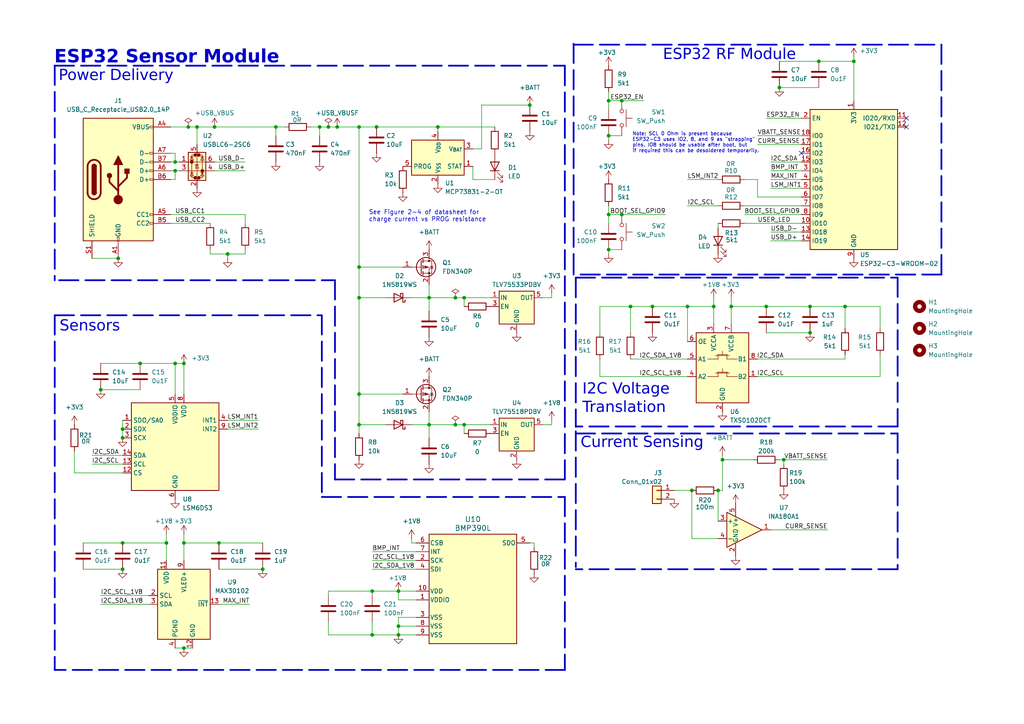
<source format=kicad_sch>
(kicad_sch (version 20250114) (generator "eeschema") (generator_version "9.0")
  (paper "A4")
  (title_block (title "ESP 32 Sensor Module") (date "2025-12-22") (rev "1.0") (company "UWaterloo"))
  (text "Power Delivery" (at 17.018 21.082 0) (effects (font (size 3.175 3.175)) (justify left top)))
  (text "Sensors" (at 17.272 93.726 0) (effects (font (size 3.175 3.175)) (justify left top)))
  (text "Note: SCL 0 Ohm is present because\nESP32-C3 uses IO2, 8, and 9 as \"strapping\"\npins. IO8 should be usable after boot, but\nif required this can be desoldered temporarily." (at 183.388 38.354 0) (effects (font (size 1.016 1.016)) (justify left top)))
  (text "See Figure 2-4 of datasheet for\ncharge current vs PROG resistance" (at 106.934 60.96 0) (effects (font (size 1.27 1.27)) (justify left top)))
  (text "I2C Voltage\nTranslation" (at 168.91 112.014 0) (effects (font (size 3.175 3.175)) (justify left top)))
  (text "ESP32 RF Module" (at 192.278 14.986 0) (effects (font (size 3.175 3.175)) (justify left top)))
  (text "ESP32 Sensor Module" (at 15.748 15.494 0) (effects (font (size 3.81 3.81) (bold yes) (italic yes)) (justify left top)))
  (text "Current Sensing" (at 168.402 127.508 0) (effects (font (size 3.175 3.175)) (justify left top)))
  (junction (at 134.62 123.19))
  (junction (at 176.53 62.23))
  (junction (at 209.55 133.35))
  (junction (at 62.23 36.83))
  (junction (at 124.46 86.36))
  (junction (at 50.8 105.41))
  (junction (at 247.65 17.78))
  (junction (at 208.28 142.24))
  (junction (at 104.14 77.47))
  (junction (at 189.23 88.9))
  (junction (at 35.56 127))
  (junction (at 80.01 36.83))
  (junction (at 132.08 86.36))
  (junction (at 53.34 187.96))
  (junction (at 115.57 181.61))
  (junction (at 107.95 184.15))
  (junction (at 34.29 74.93))
  (junction (at 180.34 62.23))
  (junction (at 207.01 88.9))
  (junction (at 57.15 36.83))
  (junction (at 50.8 49.53))
  (junction (at 234.95 96.52))
  (junction (at 245.11 88.9))
  (junction (at 29.21 113.03))
  (junction (at 115.57 184.15))
  (junction (at 53.34 157.48))
  (junction (at 104.14 86.36))
  (junction (at 212.09 88.9))
  (junction (at 200.66 142.24))
  (junction (at 176.53 39.37))
  (junction (at 48.26 157.48))
  (junction (at 66.04 73.66))
  (junction (at 237.49 17.78))
  (junction (at 50.8 46.99))
  (junction (at 107.95 171.45))
  (junction (at 134.62 86.36))
  (junction (at 226.06 25.4))
  (junction (at 176.53 72.39))
  (junction (at 63.5 157.48))
  (junction (at 182.88 88.9))
  (junction (at 115.57 171.45))
  (junction (at 54.61 36.83))
  (junction (at 124.46 123.19))
  (junction (at 104.14 123.19))
  (junction (at 53.34 105.41))
  (junction (at 153.67 30.48))
  (junction (at 127 36.83))
  (junction (at 234.95 88.9))
  (junction (at 40.64 105.41))
  (junction (at 199.39 88.9))
  (junction (at 227.33 133.35))
  (junction (at 95.25 36.83))
  (junction (at 222.25 88.9))
  (junction (at 97.79 36.83))
  (junction (at 35.56 124.46))
  (junction (at 109.22 36.83))
  (junction (at 35.56 165.1))
  (junction (at 104.14 114.3))
  (junction (at 35.56 157.48))
  (junction (at 76.2 165.1))
  (junction (at 132.08 123.19))
  (junction (at 180.34 29.21))
  (junction (at 104.14 36.83))
  (junction (at 176.53 29.21))
  (junction (at 92.71 36.83))
  (no_connect (at 262.89 34.29))
  (no_connect (at 262.89 36.83))
  (no_connect (at 232.41 44.45))
  (polyline (pts (xy 163.83 139.065) (xy 163.83 19.05)) (stroke (width 0.508) (type dash)))
  (wire (pts (xy 223.52 52.07) (xy 232.41 52.07)))
  (wire (pts (xy 182.88 88.9) (xy 189.23 88.9)))
  (wire (pts (xy 180.34 39.37) (xy 176.53 39.37)))
  (wire (pts (xy 49.53 62.23) (xy 71.12 62.23)))
  (wire (pts (xy 180.34 29.21) (xy 186.69 29.21)))
  (polyline (pts (xy 97.155 81.28) (xy 97.155 139.065)) (stroke (width 0.508) (type dash)))
  (wire (pts (xy 35.56 137.16) (xy 21.59 137.16)))
  (wire (pts (xy 226.06 25.4) (xy 237.49 25.4)))
  (wire (pts (xy 124.46 86.36) (xy 124.46 82.55)))
  (wire (pts (xy 109.22 36.83) (xy 127 36.83)))
  (wire (pts (xy 227.33 133.35) (xy 240.03 133.35)))
  (wire (pts (xy 21.59 130.81) (xy 21.59 137.16)))
  (polyline (pts (xy 260.35 123.698) (xy 167.005 123.698)) (stroke (width 0.508) (type dash)))
  (wire (pts (xy 223.52 46.99) (xy 232.41 46.99)))
  (wire (pts (xy 115.57 173.99) (xy 115.57 171.45)))
  (wire (pts (xy 124.46 86.36) (xy 124.46 90.17)))
  (wire (pts (xy 139.7 30.48) (xy 153.67 30.48)))
  (wire (pts (xy 107.95 165.1) (xy 120.65 165.1)))
  (wire (pts (xy 26.67 74.93) (xy 34.29 74.93)))
  (wire (pts (xy 176.53 62.23) (xy 176.53 64.77)))
  (wire (pts (xy 111.76 123.19) (xy 104.14 123.19)))
  (polyline (pts (xy 167.005 80.518) (xy 260.35 80.518)) (stroke (width 0.508) (type dash)))
  (wire (pts (xy 29.21 172.72) (xy 43.18 172.72)))
  (wire (pts (xy 50.8 187.96) (xy 53.34 187.96)))
  (wire (pts (xy 50.8 49.53) (xy 52.07 49.53)))
  (wire (pts (xy 215.9 59.69) (xy 232.41 59.69)))
  (wire (pts (xy 157.48 123.19) (xy 160.02 123.19)))
  (wire (pts (xy 245.11 95.25) (xy 245.11 88.9)))
  (polyline (pts (xy 17.145 81.28) (xy 97.155 81.28)) (stroke (width 0.508) (type dash)))
  (wire (pts (xy 132.08 86.36) (xy 134.62 86.36)))
  (wire (pts (xy 57.15 36.83) (xy 62.23 36.83)))
  (wire (pts (xy 160.02 85.09) (xy 160.02 86.36)))
  (wire (pts (xy 208.28 142.24) (xy 209.55 142.24)))
  (wire (pts (xy 134.62 123.19) (xy 142.24 123.19)))
  (wire (pts (xy 223.52 153.67) (xy 240.03 153.67)))
  (wire (pts (xy 226.06 17.78) (xy 237.49 17.78)))
  (wire (pts (xy 219.71 41.91) (xy 232.41 41.91)))
  (wire (pts (xy 48.26 154.94) (xy 48.26 157.48)))
  (wire (pts (xy 223.52 69.85) (xy 232.41 69.85)))
  (wire (pts (xy 29.21 105.41) (xy 40.64 105.41)))
  (wire (pts (xy 104.14 36.83) (xy 104.14 77.47)))
  (wire (pts (xy 154.94 157.48) (xy 154.94 158.75)))
  (wire (pts (xy 199.39 99.06) (xy 199.39 88.9)))
  (wire (pts (xy 115.57 181.61) (xy 115.57 184.15)))
  (wire (pts (xy 35.56 157.48) (xy 48.26 157.48)))
  (wire (pts (xy 24.13 165.1) (xy 35.56 165.1)))
  (polyline (pts (xy 167.005 80.645) (xy 167.005 123.825)) (stroke (width 0.508) (type dash)))
  (polyline (pts (xy 93.345 91.44) (xy 93.345 144.145)) (stroke (width 0.508) (type dash)))
  (polyline (pts (xy 273.05 79.629) (xy 166.37 79.629)) (stroke (width 0.508) (type dash)))
  (wire (pts (xy 215.9 62.23) (xy 232.41 62.23)))
  (wire (pts (xy 115.57 179.07) (xy 115.57 181.61)))
  (wire (pts (xy 50.8 46.99) (xy 52.07 46.99)))
  (wire (pts (xy 247.65 17.78) (xy 247.65 29.21)))
  (polyline (pts (xy 167.005 125.73) (xy 260.35 125.73)) (stroke (width 0.508) (type dash)))
  (wire (pts (xy 95.25 171.45) (xy 107.95 171.45)))
  (wire (pts (xy 222.25 96.52) (xy 234.95 96.52)))
  (wire (pts (xy 173.99 109.22) (xy 199.39 109.22)))
  (wire (pts (xy 157.48 86.36) (xy 160.02 86.36)))
  (wire (pts (xy 120.65 179.07) (xy 115.57 179.07)))
  (wire (pts (xy 50.8 52.07) (xy 50.8 49.53)))
  (wire (pts (xy 208.28 142.24) (xy 208.28 151.13)))
  (wire (pts (xy 111.76 86.36) (xy 104.14 86.36)))
  (wire (pts (xy 207.01 88.9) (xy 207.01 93.98)))
  (wire (pts (xy 57.15 36.83) (xy 57.15 41.91)))
  (polyline (pts (xy 163.83 144.145) (xy 163.83 194.31)) (stroke (width 0.508) (type dash)))
  (wire (pts (xy 222.25 34.29) (xy 232.41 34.29)))
  (wire (pts (xy 104.14 77.47) (xy 116.84 77.47)))
  (wire (pts (xy 60.96 72.39) (xy 60.96 73.66)))
  (wire (pts (xy 199.39 52.07) (xy 208.28 52.07)))
  (wire (pts (xy 137.16 48.26) (xy 137.16 52.07)))
  (wire (pts (xy 139.7 43.18) (xy 139.7 30.48)))
  (wire (pts (xy 50.8 105.41) (xy 53.34 105.41)))
  (wire (pts (xy 176.53 26.67) (xy 176.53 29.21)))
  (wire (pts (xy 215.9 52.07) (xy 219.71 52.07)))
  (wire (pts (xy 107.95 184.15) (xy 115.57 184.15)))
  (wire (pts (xy 115.57 181.61) (xy 120.65 181.61)))
  (wire (pts (xy 29.21 175.26) (xy 43.18 175.26)))
  (wire (pts (xy 119.38 157.48) (xy 119.38 156.21)))
  (wire (pts (xy 132.08 123.19) (xy 134.62 123.19)))
  (wire (pts (xy 209.55 142.24) (xy 209.55 133.35)))
  (wire (pts (xy 48.26 157.48) (xy 48.26 162.56)))
  (wire (pts (xy 50.8 44.45) (xy 50.8 46.99)))
  (wire (pts (xy 219.71 52.07) (xy 219.71 57.15)))
  (wire (pts (xy 104.14 114.3) (xy 104.14 123.19)))
  (wire (pts (xy 237.49 17.78) (xy 247.65 17.78)))
  (wire (pts (xy 208.28 66.04) (xy 208.28 64.77)))
  (wire (pts (xy 173.99 96.52) (xy 173.99 88.9)))
  (polyline (pts (xy 15.875 91.44) (xy 93.345 91.44)) (stroke (width 0.508) (type dash)))
  (wire (pts (xy 134.62 123.19) (xy 134.62 125.73)))
  (wire (pts (xy 92.71 39.37) (xy 92.71 36.83)))
  (wire (pts (xy 80.01 36.83) (xy 80.01 39.37)))
  (wire (pts (xy 182.88 104.14) (xy 199.39 104.14)))
  (wire (pts (xy 24.13 157.48) (xy 35.56 157.48)))
  (wire (pts (xy 120.65 173.99) (xy 115.57 173.99)))
  (wire (pts (xy 199.39 59.69) (xy 208.28 59.69)))
  (wire (pts (xy 180.34 62.23) (xy 176.53 62.23)))
  (wire (pts (xy 54.61 36.83) (xy 57.15 36.83)))
  (wire (pts (xy 107.95 162.56) (xy 120.65 162.56)))
  (wire (pts (xy 95.25 180.34) (xy 95.25 184.15)))
  (wire (pts (xy 212.09 86.36) (xy 212.09 88.9)))
  (wire (pts (xy 124.46 123.19) (xy 132.08 123.19)))
  (wire (pts (xy 219.71 104.14) (xy 245.11 104.14)))
  (wire (pts (xy 104.14 86.36) (xy 104.14 114.3)))
  (polyline (pts (xy 273.05 12.954) (xy 273.05 79.629)) (stroke (width 0.508) (type dash)))
  (wire (pts (xy 53.34 157.48) (xy 53.34 162.56)))
  (wire (pts (xy 50.8 114.3) (xy 50.8 105.41)))
  (wire (pts (xy 176.53 72.39) (xy 176.53 73.66)))
  (wire (pts (xy 104.14 123.19) (xy 104.14 125.73)))
  (wire (pts (xy 80.01 36.83) (xy 82.55 36.83)))
  (wire (pts (xy 176.53 29.21) (xy 176.53 31.75)))
  (polyline (pts (xy 97.155 139.065) (xy 165.1 139.065)) (stroke (width 0.508) (type dash)))
  (wire (pts (xy 176.53 39.37) (xy 176.53 40.64)))
  (wire (pts (xy 66.04 73.66) (xy 71.12 73.66)))
  (wire (pts (xy 49.53 36.83) (xy 54.61 36.83)))
  (wire (pts (xy 29.21 113.03) (xy 40.64 113.03)))
  (wire (pts (xy 53.34 114.3) (xy 53.34 105.41)))
  (wire (pts (xy 104.14 77.47) (xy 104.14 86.36)))
  (wire (pts (xy 180.34 29.21) (xy 176.53 29.21)))
  (wire (pts (xy 227.33 133.35) (xy 226.06 133.35)))
  (wire (pts (xy 212.09 88.9) (xy 222.25 88.9)))
  (wire (pts (xy 137.16 43.18) (xy 139.7 43.18)))
  (polyline (pts (xy 15.875 91.44) (xy 15.875 194.31)) (stroke (width 0.508) (type dash)))
  (wire (pts (xy 176.53 59.69) (xy 176.53 62.23)))
  (wire (pts (xy 95.25 184.15) (xy 107.95 184.15)))
  (polyline (pts (xy 15.875 19.05) (xy 163.83 19.05)) (stroke (width 0.508) (type dash)))
  (wire (pts (xy 119.38 123.19) (xy 124.46 123.19)))
  (wire (pts (xy 255.27 88.9) (xy 245.11 88.9)))
  (wire (pts (xy 227.33 134.62) (xy 227.33 133.35)))
  (polyline (pts (xy 166.37 12.7) (xy 166.37 79.375)) (stroke (width 0.508) (type dash)))
  (polyline (pts (xy 260.35 80.518) (xy 260.35 123.698)) (stroke (width 0.508) (type dash)))
  (wire (pts (xy 189.23 88.9) (xy 199.39 88.9)))
  (wire (pts (xy 71.12 62.23) (xy 71.12 64.77)))
  (wire (pts (xy 160.02 121.92) (xy 160.02 123.19)))
  (wire (pts (xy 222.25 88.9) (xy 234.95 88.9)))
  (wire (pts (xy 53.34 154.94) (xy 53.34 157.48)))
  (wire (pts (xy 95.25 172.72) (xy 95.25 171.45)))
  (wire (pts (xy 120.65 157.48) (xy 119.38 157.48)))
  (wire (pts (xy 209.55 133.35) (xy 209.55 132.08)))
  (polyline (pts (xy 163.83 194.31) (xy 15.875 194.31)) (stroke (width 0.508) (type dash)))
  (wire (pts (xy 107.95 160.02) (xy 120.65 160.02)))
  (wire (pts (xy 60.96 73.66) (xy 66.04 73.66)))
  (wire (pts (xy 127 36.83) (xy 127 38.1)))
  (wire (pts (xy 49.53 64.77) (xy 60.96 64.77)))
  (wire (pts (xy 49.53 44.45) (xy 50.8 44.45)))
  (wire (pts (xy 173.99 104.14) (xy 173.99 109.22)))
  (wire (pts (xy 49.53 52.07) (xy 50.8 52.07)))
  (wire (pts (xy 66.04 121.92) (xy 74.93 121.92)))
  (wire (pts (xy 223.52 67.31) (xy 232.41 67.31)))
  (wire (pts (xy 35.56 124.46) (xy 35.56 127)))
  (wire (pts (xy 66.04 73.66) (xy 66.04 74.93)))
  (wire (pts (xy 62.23 49.53) (xy 71.12 49.53)))
  (wire (pts (xy 97.79 36.83) (xy 104.14 36.83)))
  (wire (pts (xy 49.53 46.99) (xy 50.8 46.99)))
  (wire (pts (xy 223.52 49.53) (xy 232.41 49.53)))
  (wire (pts (xy 124.46 123.19) (xy 124.46 127)))
  (wire (pts (xy 215.9 64.77) (xy 232.41 64.77)))
  (wire (pts (xy 63.5 157.48) (xy 76.2 157.48)))
  (wire (pts (xy 66.04 124.46) (xy 74.93 124.46)))
  (wire (pts (xy 200.66 142.24) (xy 200.66 156.21)))
  (wire (pts (xy 63.5 165.1) (xy 76.2 165.1)))
  (wire (pts (xy 173.99 88.9) (xy 182.88 88.9)))
  (wire (pts (xy 182.88 96.52) (xy 182.88 88.9)))
  (wire (pts (xy 153.67 157.48) (xy 154.94 157.48)))
  (wire (pts (xy 219.71 57.15) (xy 232.41 57.15)))
  (wire (pts (xy 195.58 142.24) (xy 200.66 142.24)))
  (wire (pts (xy 209.55 133.35) (xy 218.44 133.35)))
  (polyline (pts (xy 93.345 144.145) (xy 163.83 144.145)) (stroke (width 0.508) (type dash)))
  (wire (pts (xy 26.67 134.62) (xy 35.56 134.62)))
  (wire (pts (xy 124.46 86.36) (xy 132.08 86.36)))
  (wire (pts (xy 115.57 184.15) (xy 120.65 184.15)))
  (wire (pts (xy 245.11 88.9) (xy 234.95 88.9)))
  (wire (pts (xy 223.52 54.61) (xy 232.41 54.61)))
  (wire (pts (xy 255.27 95.25) (xy 255.27 88.9)))
  (wire (pts (xy 35.56 121.92) (xy 35.56 124.46)))
  (wire (pts (xy 119.38 86.36) (xy 124.46 86.36)))
  (wire (pts (xy 107.95 171.45) (xy 115.57 171.45)))
  (wire (pts (xy 62.23 46.99) (xy 71.12 46.99)))
  (polyline (pts (xy 260.35 125.73) (xy 260.35 165.1)) (stroke (width 0.508) (type dash)))
  (wire (pts (xy 255.27 102.87) (xy 255.27 109.22)))
  (wire (pts (xy 207.01 86.36) (xy 207.01 88.9)))
  (wire (pts (xy 26.67 132.08) (xy 35.56 132.08)))
  (wire (pts (xy 107.95 171.45) (xy 107.95 172.72)))
  (wire (pts (xy 62.23 36.83) (xy 80.01 36.83)))
  (wire (pts (xy 134.62 86.36) (xy 134.62 88.9)))
  (wire (pts (xy 219.71 109.22) (xy 255.27 109.22)))
  (wire (pts (xy 92.71 36.83) (xy 95.25 36.83)))
  (wire (pts (xy 53.34 187.96) (xy 55.88 187.96)))
  (wire (pts (xy 134.62 86.36) (xy 142.24 86.36)))
  (wire (pts (xy 49.53 49.53) (xy 50.8 49.53)))
  (wire (pts (xy 104.14 36.83) (xy 109.22 36.83)))
  (wire (pts (xy 200.66 156.21) (xy 208.28 156.21)))
  (polyline (pts (xy 15.875 19.05) (xy 15.875 81.28)) (stroke (width 0.508) (type dash)))
  (wire (pts (xy 219.71 39.37) (xy 232.41 39.37)))
  (wire (pts (xy 247.65 16.51) (xy 247.65 17.78)))
  (wire (pts (xy 143.51 36.83) (xy 127 36.83)))
  (wire (pts (xy 95.25 36.83) (xy 97.79 36.83)))
  (wire (pts (xy 180.34 62.23) (xy 193.04 62.23)))
  (wire (pts (xy 245.11 102.87) (xy 245.11 104.14)))
  (polyline (pts (xy 166.37 12.954) (xy 273.05 12.954)) (stroke (width 0.508) (type dash)))
  (wire (pts (xy 104.14 114.3) (xy 116.84 114.3)))
  (wire (pts (xy 199.39 88.9) (xy 207.01 88.9)))
  (wire (pts (xy 53.34 157.48) (xy 63.5 157.48)))
  (wire (pts (xy 180.34 72.39) (xy 176.53 72.39)))
  (wire (pts (xy 137.16 52.07) (xy 143.51 52.07)))
  (wire (pts (xy 92.71 36.83) (xy 90.17 36.83)))
  (wire (pts (xy 63.5 175.26) (xy 72.39 175.26)))
  (polyline (pts (xy 167.005 125.095) (xy 167.005 164.465)) (stroke (width 0.508) (type dash)))
  (polyline (pts (xy 260.35 165.1) (xy 167.005 165.1)) (stroke (width 0.508) (type dash)))
  (wire (pts (xy 124.46 123.19) (xy 124.46 119.38)))
  (wire (pts (xy 115.57 171.45) (xy 120.65 171.45)))
  (wire (pts (xy 212.09 88.9) (xy 212.09 93.98)))
  (wire (pts (xy 71.12 72.39) (xy 71.12 73.66)))
  (wire (pts (xy 50.8 105.41) (xy 40.64 105.41)))
  (wire (pts (xy 107.95 180.34) (xy 107.95 184.15)))
  (label "LSM_INT2" (at 199.39 52.07 0))
  (label "I2C_SDA_1V8" (at 29.21 175.26 0))
  (label "LSM_INT2" (at 74.93 124.46 180))
  (label "USB_CC1" (at 50.8 62.23 0))
  (label "BMP_INT" (at 107.95 160.02 0))
  (label "I2C_SCL" (at 227.33 109.22 180))
  (label "ESP32_EN" (at 186.69 29.21 180))
  (label "LSM_INT1" (at 74.93 121.92 180))
  (label "I2C_SDA_1V8" (at 185.42 104.14 0))
  (label "MAX_INT" (at 223.52 52.07 0))
  (label "USB_D+" (at 71.12 49.53 180))
  (label "USER_LED" (at 219.71 64.77 0))
  (label "I2C_SCL" (at 199.39 59.69 0))
  (label "CURR_SENSE" (at 240.03 153.67 180))
  (label "USB_CC2" (at 50.8 64.77 0))
  (label "CURR_SENSE" (at 219.71 41.91 0))
  (label "ESP32_EN" (at 222.25 34.29 0))
  (label "USB_D-" (at 223.52 67.31 0))
  (label "BOOT_SEL_GPIO9" (at 193.04 62.23 180))
  (label "I2C_SCL_1V8" (at 29.21 172.72 0))
  (label "VBATT_SENSE" (at 240.03 133.35 180))
  (label "I2C_SDA" (at 227.33 104.14 180))
  (label "USB_D-" (at 71.12 46.99 180))
  (label "BMP_INT" (at 223.52 49.53 0))
  (label "I2C_SCL" (at 26.67 134.62 0))
  (label "I2C_SDA" (at 26.67 132.08 0))
  (label "I2C_SCL_1V8" (at 185.42 109.22 0))
  (label "USB_D+" (at 223.52 69.85 0))
  (label "LSM_INT1" (at 223.52 54.61 0))
  (label "MAX_INT" (at 72.39 175.26 180))
  (label "I2C_SDA_1V8" (at 107.95 165.1 0))
  (label "VBATT_SENSE" (at 219.71 39.37 0))
  (label "BOOT_SEL_GPIO9" (at 215.9 62.23 0))
  (label "I2C_SCL_1V8" (at 107.95 162.56 0))
  (label "I2C_SDA" (at 223.52 46.99 0))
  (symbol (lib_id "Device:C") (at 124.46 130.81 0) (unit 1)
    (property "Reference" "C6" (at 127.762 129.54 0) (effects (justify left)))
    (property "Value" "10uF" (at 127.762 132.08 0) (effects (justify left)))
    (property "Footprint" "Capacitor_SMD:C_0603_1608Metric_Pad1.08x0.95mm_HandSolder" (effects (hide yes)))
    (property "Description" "Unpolarized capacitor" (effects (hide yes)))
  )
  (symbol (lib_id "Device:R") (at 212.09 64.77 90) (unit 1)
    (property "Reference" "R13" (at 214.122 67.564 90) (effects (justify left)))
    (property "Value" "5k1" (at 214.1219 69.596 90) (effects (justify left)))
    (property "Footprint" "Resistor_SMD:R_0603_1608Metric_Pad0.98x0.95mm_HandSolder" (effects (hide yes)))
    (property "Description" "Resistor" (effects (hide yes)))
  )
  (symbol (lib_id "power:PWR_FLAG") (at 132.08 86.36 0) (unit 1)
    (property "Reference" "#FLG0101" (effects (hide yes)))
    (property "Value" "PWR_FLAG" (effects (hide yes)))
    (property "Description" "Special symbol for telling ERC where power comes from" (effects (hide yes)))
  )
  (symbol (lib_id "power:+BATT") (at 124.46 109.22 0) (unit 1)
    (property "Reference" "#PWR0139" (effects (hide yes)))
    (property "Value" "+BATT" (at 124.46 104.14 0))
    (property "Description" "Power symbol creates a global label with name \"+BATT\"" (effects (hide yes)))
  )
  (symbol (lib_id "Diode:1N5819WS") (at 115.57 123.19 180) (unit 1)
    (property "Reference" "D3" (at 115.8875 116.84 0))
    (property "Value" "1N5819WS" (at 115.8875 119.38 0))
    (property "Footprint" "Diode_SMD:D_SOD-323" (effects (hide yes)))
    (property "Datasheet" "https://datasheet.lcsc.com/lcsc/2204281430_Guangdong-Hottech-1N5819WS_C191023.pdf" (effects (hide yes)))
    (property "Description" "40V 600mV@1A 1A SOD-323 Schottky Barrier Diodes, SOD-323" (effects (hide yes)))
  )
  (symbol (lib_id "Transistor_FET:FDN340P") (at 121.92 77.47 0) (unit 1)
    (property "Reference" "Q1" (at 128.27 76.1999 0) (effects (justify left)))
    (property "Value" "FDN340P" (at 128.27 78.7399 0) (effects (justify left)))
    (property "Footprint" "Package_TO_SOT_SMD:SOT-23" (effects (hide yes)))
    (property "Datasheet" "https://www.onsemi.com/pub/Collateral/FDN340P-D.PDF" (effects (hide yes)))
    (property "Description" "-2A Id, -20V Vds, P-Channel MOSFET, 70mOhm Ron, SOT-23" (effects (hide yes)))
  )
  (symbol (lib_id "power:+BATT") (at 153.67 30.48 0) (unit 1)
    (property "Reference" "#PWR0144" (effects (hide yes)))
    (property "Value" "+BATT" (at 153.67 25.4 0))
    (property "Description" "Power symbol creates a global label with name \"+BATT\"" (effects (hide yes)))
  )
  (symbol (lib_id "power:+3V3") (at 176.53 19.05 0) (mirror y) (unit 1)
    (property "Reference" "#PWR0127" (effects (hide yes)))
    (property "Value" "+3V3" (at 176.022 15.24 0))
    (property "Description" "Power symbol creates a global label with name \"+3V3\"" (effects (hide yes)))
  )
  (symbol (lib_id "Device:C") (at 29.21 109.22 0) (unit 1)
    (property "Reference" "C14" (at 32.512 107.95 0) (effects (justify left)))
    (property "Value" "10uF" (at 32.512 110.49 0) (effects (justify left)))
    (property "Footprint" "Capacitor_SMD:C_0603_1608Metric_Pad1.08x0.95mm_HandSolder" (effects (hide yes)))
    (property "Description" "Unpolarized capacitor" (effects (hide yes)))
  )
  (symbol (lib_id "Battery_Management:MCP73831-2-OT") (at 127 45.72 0) (unit 1)
    (property "Reference" "U1" (at 129.032 53.086 0) (effects (justify left)))
    (property "Value" "MCP73831-2-OT" (at 129.032 55.626 0) (effects (justify left)))
    (property "Footprint" "Package_TO_SOT_SMD:SOT-23-5" (effects (hide yes)))
    (property "Datasheet" "http://ww1.microchip.com/downloads/en/DeviceDoc/20001984g.pdf" (effects (hide yes)))
    (property "Description" "Single cell, Li-Ion/Li-Po charge management controller, 4.20V, Tri-State Status Output, in SOT23-5 package" (effects (hide yes)))
  )
  (symbol (lib_id "power:GND") (at 176.53 73.66 0) (mirror y) (unit 1)
    (property "Reference" "#PWR0136" (effects (hide yes)))
    (property "Value" "GND" (effects (hide yes)))
    (property "Description" "Power symbol creates a global label with name \"GND\" , ground" (effects (hide yes)))
  )
  (symbol (lib_id "Device:R") (at 173.99 100.33 0) (mirror y) (unit 1)
    (property "Reference" "R16" (at 171.45 99.0599 0) (effects (justify left)))
    (property "Value" "5k1" (at 171.45 101.5999 0) (effects (justify left)))
    (property "Footprint" "Resistor_SMD:R_0603_1608Metric_Pad0.98x0.95mm_HandSolder" (effects (hide yes)))
    (property "Description" "Resistor" (effects (hide yes)))
  )
  (symbol (lib_id "power:PWR_FLAG") (at 132.08 123.19 0) (unit 1)
    (property "Reference" "#FLG0102" (effects (hide yes)))
    (property "Value" "PWR_FLAG" (effects (hide yes)))
    (property "Description" "Special symbol for telling ERC where power comes from" (effects (hide yes)))
  )
  (symbol (lib_id "power:GND") (at 116.84 55.88 0) (unit 1)
    (property "Reference" "#PWR0148" (effects (hide yes)))
    (property "Value" "GND" (effects (hide yes)))
    (property "Description" "Power symbol creates a global label with name \"GND\" , ground" (effects (hide yes)))
  )
  (symbol (lib_id "Device:R") (at 255.27 99.06 0) (mirror y) (unit 1)
    (property "Reference" "R15" (at 252.73 97.7899 0) (effects (justify left)))
    (property "Value" "5k1" (at 252.73 100.3299 0) (effects (justify left)))
    (property "Footprint" "Resistor_SMD:R_0603_1608Metric_Pad0.98x0.95mm_HandSolder" (effects (hide yes)))
    (property "Description" "Resistor" (effects (hide yes)))
  )
  (symbol (lib_id "power:+1V8") (at 119.38 156.21 0) (unit 1)
    (property "Reference" "#PWR0110" (effects (hide yes)))
    (property "Value" "+1V8" (at 119.38 151.13 0))
    (property "Description" "Power symbol creates a global label with name \"+1V8\"" (effects (hide yes)))
  )
  (symbol (lib_id "Device:R") (at 222.25 133.35 90) (unit 1)
    (property "Reference" "R18" (at 222.25 128.27 90))
    (property "Value" "200k" (at 222.25 130.81 90))
    (property "Footprint" "Resistor_SMD:R_0603_1608Metric_Pad0.98x0.95mm_HandSolder" (effects (hide yes)))
    (property "Description" "Resistor" (effects (hide yes)))
  )
  (symbol (lib_id "power:GND") (at 153.67 38.1 0) (unit 1)
    (property "Reference" "#PWR0145" (effects (hide yes)))
    (property "Value" "GND" (effects (hide yes)))
    (property "Description" "Power symbol creates a global label with name \"GND\" , ground" (effects (hide yes)))
  )
  (symbol (lib_id "Device:R") (at 86.36 36.83 270) (unit 1)
    (property "Reference" "R1" (at 84.328 33.02 90) (effects (justify left)))
    (property "Value" "0R" (at 84.836 34.798 90) (effects (justify left)))
    (property "Footprint" "Resistor_SMD:R_0603_1608Metric_Pad0.98x0.95mm_HandSolder" (effects (hide yes)))
    (property "Description" "Resistor" (effects (hide yes)))
  )
  (symbol (lib_id "Switch:SW_Push") (at 180.34 67.31 270) (mirror x) (unit 1)
    (property "Reference" "SW2" (at 193.04 65.532 90) (effects (justify right)))
    (property "Value" "SW_Push" (at 193.04 68.072 90) (effects (justify right)))
    (property "Footprint" "Button_Switch_THT:SW_PUSH_6mm" (effects (hide yes)))
    (property "Description" "Push button switch, generic, two pins" (effects (hide yes)))
  )
  (symbol (lib_id "Mechanical:MountingHole") (at 266.7 101.6 0) (unit 1) (exclude_from_sim yes) (in_bom no)
    (property "Reference" "H3" (at 269.24 100.3299 0) (effects (justify left)))
    (property "Value" "MountingHole" (at 269.24 102.8699 0) (effects (justify left)))
    (property "Footprint" "MountingHole:MountingHole_2.2mm_M2" (effects (hide yes)))
    (property "Description" "Mounting Hole without connection" (effects (hide yes)))
  )
  (symbol (lib_id "power:PWR_FLAG") (at 95.25 36.83 0) (unit 1)
    (property "Reference" "#FLG0103" (effects (hide yes)))
    (property "Value" "PWR_FLAG" (effects (hide yes)))
    (property "Description" "Special symbol for telling ERC where power comes from" (effects (hide yes)))
  )
  (symbol (lib_id "Connector:USB_C_Receptacle_USB2.0_14P") (at 34.29 52.07 0) (unit 1)
    (property "Reference" "J1" (at 34.29 29.21 0))
    (property "Value" "USB_C_Receptacle_USB2.0_14P" (at 34.29 31.75 0))
    (property "Footprint" "Connector_USB:USB_C_Receptacle_GCT_USB4105-xx-A_16P_TopMnt_Horizontal" (effects (hide yes)))
    (property "Datasheet" "https://www.usb.org/sites/default/files/documents/usb_type-c.zip" (effects (hide yes)))
    (property "Description" "USB 2.0-only 14P Type-C Receptacle connector" (effects (hide yes)))
  )
  (symbol (lib_id "Device:R") (at 212.09 52.07 270) (unit 1)
    (property "Reference" "R10" (at 210.058 49.53 90) (effects (justify left)))
    (property "Value" "0R" (at 210.566 47.498 90) (effects (justify left)))
    (property "Footprint" "Resistor_SMD:R_0603_1608Metric_Pad0.98x0.95mm_HandSolder" (effects (hide yes)))
    (property "Description" "Resistor" (effects (hide yes)))
  )
  (symbol (lib_id "Device:C") (at 80.01 43.18 0) (unit 1)
    (property "Reference" "C3" (at 82.804 41.91 0) (effects (justify left)))
    (property "Value" "470nF" (at 82.804 44.45 0) (effects (justify left)))
    (property "Footprint" "Capacitor_SMD:C_0603_1608Metric_Pad1.08x0.95mm_HandSolder" (effects (hide yes)))
    (property "Description" "Unpolarized capacitor" (effects (hide yes)))
  )
  (symbol (lib_id "Device:C") (at 76.2 161.29 0) (unit 1)
    (property "Reference" "C19" (at 79.502 160.02 0) (effects (justify left)))
    (property "Value" "1uF" (at 79.502 162.56 0) (effects (justify left)))
    (property "Footprint" "Capacitor_SMD:C_0603_1608Metric_Pad1.08x0.95mm_HandSolder" (effects (hide yes)))
    (property "Description" "Unpolarized capacitor" (effects (hide yes)))
  )
  (symbol (lib_id "Device:R") (at 245.11 99.06 0) (mirror y) (unit 1)
    (property "Reference" "R14" (at 242.57 97.7899 0) (effects (justify left)))
    (property "Value" "5k1" (at 242.57 100.3299 0) (effects (justify left)))
    (property "Footprint" "Resistor_SMD:R_0603_1608Metric_Pad0.98x0.95mm_HandSolder" (effects (hide yes)))
    (property "Description" "Resistor" (effects (hide yes)))
  )
  (symbol (lib_id "Device:R") (at 138.43 88.9 270) (unit 1)
    (property "Reference" "R6" (at 138.43 91.694 90))
    (property "Value" "0" (at 138.43 94.234 90))
    (property "Footprint" "Resistor_SMD:R_0603_1608Metric_Pad0.98x0.95mm_HandSolder" (effects (hide yes)))
    (property "Description" "Resistor" (effects (hide yes)))
  )
  (symbol (lib_id "Device:R") (at 154.94 162.56 180) (unit 1)
    (property "Reference" "R22" (at 158.242 161.798 0))
    (property "Value" "0R" (at 158.242 163.576 0))
    (property "Footprint" "Resistor_SMD:R_0603_1608Metric_Pad0.98x0.95mm_HandSolder" (effects (hide yes)))
    (property "Description" "Resistor" (effects (hide yes)))
  )
  (symbol (lib_id "Switch:SW_Push") (at 180.34 34.29 270) (mirror x) (unit 1)
    (property "Reference" "SW1" (at 193.04 32.512 90) (effects (justify right)))
    (property "Value" "SW_Push" (at 193.04 35.052 90) (effects (justify right)))
    (property "Footprint" "Button_Switch_THT:SW_PUSH_6mm" (effects (hide yes)))
    (property "Description" "Push button switch, generic, two pins" (effects (hide yes)))
  )
  (symbol (lib_id "power:+1V8") (at 115.57 171.45 0) (unit 1)
    (property "Reference" "#PWR0104" (effects (hide yes)))
    (property "Value" "+1V8" (at 115.316 167.64 0))
    (property "Description" "Power symbol creates a global label with name \"+1V8\"" (effects (hide yes)))
  )
  (symbol (lib_id "Device:R") (at 204.47 142.24 270) (unit 1)
    (property "Reference" "R20" (at 204.47 145.034 90))
    (property "Value" "100m" (at 204.47 147.066 90))
    (property "Footprint" "Resistor_SMD:R_0603_1608Metric_Pad0.98x0.95mm_HandSolder" (effects (hide yes)))
    (property "Description" "Resistor" (effects (hide yes)))
  )
  (symbol (lib_id "power:GND") (at 57.15 54.61 0) (unit 1)
    (property "Reference" "#PWR0142" (effects (hide yes)))
    (property "Value" "GND" (effects (hide yes)))
    (property "Description" "Power symbol creates a global label with name \"GND\" , ground" (effects (hide yes)))
  )
  (symbol (lib_id "power:+3V3") (at 247.65 16.51 0) (unit 1)
    (property "Reference" "#PWR0128" (effects (hide yes)))
    (property "Value" "+3V3" (at 251.968 14.732 0))
    (property "Description" "Power symbol creates a global label with name \"+3V3\"" (effects (hide yes)))
  )
  (symbol (lib_id "Device:C") (at 226.06 21.59 0) (unit 1)
    (property "Reference" "C7" (at 229.362 20.32 0) (effects (justify left)))
    (property "Value" "10uF" (at 229.362 22.86 0) (effects (justify left)))
    (property "Footprint" "Capacitor_SMD:C_0603_1608Metric_Pad1.08x0.95mm_HandSolder" (effects (hide yes)))
    (property "Description" "Unpolarized capacitor" (effects (hide yes)))
  )
  (symbol (lib_id "power:GND") (at 109.22 44.45 0) (unit 1)
    (property "Reference" "#PWR0146" (effects (hide yes)))
    (property "Value" "GND" (effects (hide yes)))
    (property "Description" "Power symbol creates a global label with name \"GND\" , ground" (effects (hide yes)))
  )
  (symbol (lib_id "power:+1V8") (at 207.01 86.36 0) (unit 1)
    (property "Reference" "#PWR0124" (effects (hide yes)))
    (property "Value" "+1V8" (at 206.248 82.55 0))
    (property "Description" "Power symbol creates a global label with name \"+1V8\"" (effects (hide yes)))
  )
  (symbol (lib_id "power:PWR_FLAG") (at 54.61 36.83 0) (unit 1)
    (property "Reference" "#FLG0104" (effects (hide yes)))
    (property "Value" "PWR_FLAG" (effects (hide yes)))
    (property "Description" "Special symbol for telling ERC where power comes from" (effects (hide yes)))
  )
  (symbol (lib_id "power:GND") (at 247.65 74.93 0) (unit 1)
    (property "Reference" "#PWR0121" (effects (hide yes)))
    (property "Value" "GND" (effects (hide yes)))
    (property "Description" "Power symbol creates a global label with name \"GND\" , ground" (effects (hide yes)))
  )
  (symbol (lib_id "Device:C") (at 234.95 92.71 0) (unit 1)
    (property "Reference" "C13" (at 238.252 91.44 0) (effects (justify left)))
    (property "Value" "1uF" (at 238.252 93.98 0) (effects (justify left)))
    (property "Footprint" "Capacitor_SMD:C_0603_1608Metric_Pad1.08x0.95mm_HandSolder" (effects (hide yes)))
    (property "Description" "Unpolarized capacitor" (effects (hide yes)))
  )
  (symbol (lib_id "Regulator_Linear:TLV75533PDBV") (at 149.86 88.9 0) (unit 1)
    (property "Reference" "U3" (at 149.86 80.01 0))
    (property "Value" "TLV75533PDBV" (at 149.86 82.55 0))
    (property "Footprint" "Package_TO_SOT_SMD:SOT-23-5" (effects (hide yes)))
    (property "Datasheet" "http://www.ti.com/lit/ds/symlink/tlv755p.pdf" (effects (hide yes)))
    (property "Description" "500mA Low Dropout Voltage Regulator, Fixed Output 3.3V, SOT-23-5" (effects (hide yes)))
  )
  (symbol (lib_id "power:GND") (at 226.06 25.4 0) (unit 1)
    (property "Reference" "#PWR0126" (effects (hide yes)))
    (property "Value" "GND" (effects (hide yes)))
    (property "Description" "Power symbol creates a global label with name \"GND\" , ground" (effects (hide yes)))
  )
  (symbol (lib_id "power:+3V3") (at 53.34 105.41 0) (unit 1)
    (property "Reference" "#PWR0102" (effects (hide yes)))
    (property "Value" "+3V3" (at 58.166 103.886 0))
    (property "Description" "Power symbol creates a global label with name \"+3V3\"" (effects (hide yes)))
  )
  (symbol (lib_id "Diode:1N5819WS") (at 115.57 86.36 180) (unit 1)
    (property "Reference" "D2" (at 115.8875 80.01 0))
    (property "Value" "1N5819WS" (at 115.8875 82.55 0))
    (property "Footprint" "Diode_SMD:D_SOD-323" (effects (hide yes)))
    (property "Datasheet" "https://datasheet.lcsc.com/lcsc/2204281430_Guangdong-Hottech-1N5819WS_C191023.pdf" (effects (hide yes)))
    (property "Description" "40V 600mV@1A 1A SOD-323 Schottky Barrier Diodes, SOD-323" (effects (hide yes)))
  )
  (symbol (lib_id "Mechanical:MountingHole") (at 266.7 88.9 0) (unit 1) (exclude_from_sim yes) (in_bom no)
    (property "Reference" "H1" (at 269.24 87.6299 0) (effects (justify left)))
    (property "Value" "MountingHole" (at 269.24 90.1699 0) (effects (justify left)))
    (property "Footprint" "MountingHole:MountingHole_2.2mm_M2" (effects (hide yes)))
    (property "Description" "Mounting Hole without connection" (effects (hide yes)))
  )
  (symbol (lib_id "power:GND") (at 149.86 133.35 0) (unit 1)
    (property "Reference" "#PWR0109" (effects (hide yes)))
    (property "Value" "GND" (effects (hide yes)))
    (property "Description" "Power symbol creates a global label with name \"GND\" , ground" (effects (hide yes)))
  )
  (symbol (lib_id "power:GND") (at 195.58 144.78 0) (unit 1)
    (property "Reference" "#PWR0131" (effects (hide yes)))
    (property "Value" "GND" (effects (hide yes)))
    (property "Description" "Power symbol creates a global label with name \"GND\" , ground" (effects (hide yes)))
  )
  (symbol (lib_id "Device:R") (at 104.14 129.54 0) (unit 1)
    (property "Reference" "R8" (at 106.68 128.2699 0) (effects (justify left)))
    (property "Value" "10k" (at 106.68 130.8099 0) (effects (justify left)))
    (property "Footprint" "Resistor_SMD:R_0603_1608Metric_Pad0.98x0.95mm_HandSolder" (effects (hide yes)))
    (property "Description" "Resistor" (effects (hide yes)))
  )
  (symbol (lib_id "Connector_Generic:Conn_01x02") (at 190.5 142.24 0) (mirror y) (unit 1)
    (property "Reference" "J3" (at 192.024 137.16 0) (effects (justify left)))
    (property "Value" "Conn_01x02" (at 192.024 139.7 0) (effects (justify left)))
    (property "Footprint" "Connector_JST:JST_PH_B2B-PH-K_1x02_P2.00mm_Vertical" (effects (hide yes)))
    (property "Description" "Generic connector, single row, 01x02, script generated (kicad-library-utils/schlib/autogen/connector/)" (effects (hide yes)))
  )
  (symbol (lib_id "power:+BATT") (at 209.55 132.08 0) (unit 1)
    (property "Reference" "#PWR0130" (effects (hide yes)))
    (property "Value" "+BATT" (at 209.55 127 0))
    (property "Description" "Power symbol creates a global label with name \"+BATT\"" (effects (hide yes)))
  )
  (symbol (lib_id "power:+3V3") (at 21.59 123.19 0) (unit 1)
    (property "Reference" "#PWR0118" (effects (hide yes)))
    (property "Value" "+3V3" (at 21.59 118.11 0))
    (property "Description" "Power symbol creates a global label with name \"+3V3\"" (effects (hide yes)))
  )
  (symbol (lib_id "Device:C") (at 40.64 109.22 0) (unit 1)
    (property "Reference" "C15" (at 43.942 107.95 0) (effects (justify left)))
    (property "Value" "0u1F" (at 43.942 110.49 0) (effects (justify left)))
    (property "Footprint" "Capacitor_SMD:C_0603_1608Metric_Pad1.08x0.95mm_HandSolder" (effects (hide yes)))
    (property "Description" "Unpolarized capacitor" (effects (hide yes)))
  )
  (symbol (lib_id "Device:C") (at 124.46 93.98 0) (unit 1)
    (property "Reference" "C5" (at 127.762 92.71 0) (effects (justify left)))
    (property "Value" "10uF" (at 127.762 95.25 0) (effects (justify left)))
    (property "Footprint" "Capacitor_SMD:C_0603_1608Metric_Pad1.08x0.95mm_HandSolder" (effects (hide yes)))
    (property "Description" "Unpolarized capacitor" (effects (hide yes)))
  )
  (symbol (lib_id "Device:C") (at 63.5 161.29 0) (unit 1)
    (property "Reference" "C18" (at 66.802 160.02 0) (effects (justify left)))
    (property "Value" "0u1F" (at 66.802 162.56 0) (effects (justify left)))
    (property "Footprint" "Capacitor_SMD:C_0603_1608Metric_Pad1.08x0.95mm_HandSolder" (effects (hide yes)))
    (property "Description" "Unpolarized capacitor" (effects (hide yes)))
  )
  (symbol (lib_id "power:GND") (at 213.36 161.29 0) (unit 1)
    (property "Reference" "#PWR0132" (effects (hide yes)))
    (property "Value" "GND" (effects (hide yes)))
    (property "Description" "Power symbol creates a global label with name \"GND\" , ground" (effects (hide yes)))
  )
  (symbol (lib_id "Device:C") (at 92.71 43.18 0) (unit 1)
    (property "Reference" "C4" (at 95.758 41.91 0) (effects (justify left)))
    (property "Value" "470nF" (at 95.758 44.45 0) (effects (justify left)))
    (property "Footprint" "Capacitor_SMD:C_0603_1608Metric_Pad1.08x0.95mm_HandSolder" (effects (hide yes)))
    (property "Description" "Unpolarized capacitor" (effects (hide yes)))
  )
  (symbol (lib_id "Device:R") (at 71.12 68.58 0) (unit 1)
    (property "Reference" "R5" (at 73.66 67.3099 0) (effects (justify left)))
    (property "Value" "5k1" (at 73.66 69.8499 0) (effects (justify left)))
    (property "Footprint" "Resistor_SMD:R_0603_1608Metric_Pad0.98x0.95mm_HandSolder" (effects (hide yes)))
    (property "Description" "Resistor" (effects (hide yes)))
  )
  (symbol (lib_id "Device:C") (at 189.23 92.71 0) (unit 1)
    (property "Reference" "C11" (at 192.532 91.44 0) (effects (justify left)))
    (property "Value" "0u1F" (at 192.532 93.98 0) (effects (justify left)))
    (property "Footprint" "Capacitor_SMD:C_0603_1608Metric_Pad1.08x0.95mm_HandSolder" (effects (hide yes)))
    (property "Description" "Unpolarized capacitor" (effects (hide yes)))
  )
  (symbol (lib_id "Device:R") (at 212.09 59.69 270) (unit 1)
    (property "Reference" "R12" (at 210.058 57.15 90) (effects (justify left)))
    (property "Value" "0R" (at 210.566 55.118 90) (effects (justify left)))
    (property "Footprint" "Resistor_SMD:R_0603_1608Metric_Pad0.98x0.95mm_HandSolder" (effects (hide yes)))
    (property "Description" "Resistor" (effects (hide yes)))
  )
  (symbol (lib_id "power:GND") (at 35.56 165.1 0) (unit 1)
    (property "Reference" "#PWR0119" (effects (hide yes)))
    (property "Value" "GND" (effects (hide yes)))
    (property "Description" "Power symbol creates a global label with name \"GND\" , ground" (effects (hide yes)))
  )
  (symbol (lib_id "Device:C") (at 176.53 35.56 0) (mirror y) (unit 1)
    (property "Reference" "C9" (at 173.228 34.29 0) (effects (justify left)))
    (property "Value" "100nF" (at 173.228 36.83 0) (effects (justify left)))
    (property "Footprint" "Capacitor_SMD:C_0603_1608Metric_Pad1.08x0.95mm_HandSolder" (effects (hide yes)))
    (property "Description" "Unpolarized capacitor" (effects (hide yes)))
  )
  (symbol (lib_id "power:+3V3") (at 213.36 146.05 0) (unit 1)
    (property "Reference" "#PWR0133" (effects (hide yes)))
    (property "Value" "+3V3" (at 213.36 140.97 0))
    (property "Description" "Power symbol creates a global label with name \"+3V3\"" (effects (hide yes)))
  )
  (symbol (lib_id "power:GND") (at 124.46 134.62 0) (unit 1)
    (property "Reference" "#PWR0114" (effects (hide yes)))
    (property "Value" "GND" (effects (hide yes)))
    (property "Description" "Power symbol creates a global label with name \"GND\" , ground" (effects (hide yes)))
  )
  (symbol (lib_id "power:GND") (at 127 53.34 0) (unit 1)
    (property "Reference" "#PWR0147" (effects (hide yes)))
    (property "Value" "GND" (effects (hide yes)))
    (property "Description" "Power symbol creates a global label with name \"GND\" , ground" (effects (hide yes)))
  )
  (symbol (lib_id "Device:R") (at 116.84 52.07 0) (unit 1)
    (property "Reference" "R3" (at 111.506 50.8 0) (effects (justify left)))
    (property "Value" "10k" (at 111.506 53.34 0) (effects (justify left)))
    (property "Footprint" "Resistor_SMD:R_0603_1608Metric_Pad0.98x0.95mm_HandSolder" (effects (hide yes)))
    (property "Description" "Resistor" (effects (hide yes)))
  )
  (symbol (lib_id "Device:C") (at 237.49 21.59 0) (unit 1)
    (property "Reference" "C8" (at 240.792 20.32 0) (effects (justify left)))
    (property "Value" "0u1F" (at 240.792 22.86 0) (effects (justify left)))
    (property "Footprint" "Capacitor_SMD:C_0603_1608Metric_Pad1.08x0.95mm_HandSolder" (effects (hide yes)))
    (property "Description" "Unpolarized capacitor" (effects (hide yes)))
  )
  (symbol (lib_id "power:GND") (at 227.33 142.24 0) (unit 1)
    (property "Reference" "#PWR0129" (effects (hide yes)))
    (property "Value" "GND" (effects (hide yes)))
    (property "Description" "Power symbol creates a global label with name \"GND\" , ground" (effects (hide yes)))
  )
  (symbol (lib_id "Sensor_Motion:LSM6DS3") (at 50.8 129.54 0) (unit 1)
    (property "Reference" "U8" (at 52.9433 144.78 0) (effects (justify left)))
    (property "Value" "LSM6DS3" (at 52.9433 147.32 0) (effects (justify left)))
    (property "Footprint" "Package_LGA:LGA-14_3x2.5mm_P0.5mm_LayoutBorder3x4y" (effects (hide yes)))
    (property "Datasheet" "https://www.st.com/resource/en/datasheet/lsm6ds3tr-c.pdf" (effects (hide yes)))
    (property "Description" "I2C/SPI, iNEMO inertial module: always-on 3D accelerometer and 3D gyroscope" (effects (hide yes)))
  )
  (symbol (lib_id "RF_Module:ESP32-C3-WROOM-02") (at 247.65 52.07 0) (unit 1)
    (property "Reference" "U5" (at 249.428 73.914 0) (effects (justify left)))
    (property "Value" "ESP32-C3-WROOM-02" (at 249.428 76.454 0) (effects (justify left)))
    (property "Footprint" "RF_Module:ESP32-C3-WROOM-02" (effects (hide yes)))
    (property "Datasheet" "https://www.espressif.com/sites/default/files/documentation/esp32-c3-wroom-02_datasheet_en.pdf" (effects (hide yes)))
    (property "Description" "802.11 b/g/n Wi­Fi and Bluetooth 5 module, ESP32­C3 SoC, RISC­V microprocessor, On-board antenna" (effects (hide yes)))
  )
  (symbol (lib_id "power:GND") (at 50.8 144.78 0) (unit 1)
    (property "Reference" "#PWR0103" (effects (hide yes)))
    (property "Value" "GND" (effects (hide yes)))
    (property "Description" "Power symbol creates a global label with name \"GND\" , ground" (effects (hide yes)))
  )
  (symbol (lib_id "power:GND") (at 66.04 74.93 0) (unit 1)
    (property "Reference" "#PWR0141" (effects (hide yes)))
    (property "Value" "GND" (effects (hide yes)))
    (property "Description" "Power symbol creates a global label with name \"GND\" , ground" (effects (hide yes)))
  )
  (symbol (lib_id "power:GND") (at 209.55 119.38 0) (unit 1)
    (property "Reference" "#PWR0134" (effects (hide yes)))
    (property "Value" "GND" (effects (hide yes)))
    (property "Description" "Power symbol creates a global label with name \"GND\" , ground" (effects (hide yes)))
  )
  (symbol (lib_id "Device:C") (at 24.13 161.29 0) (unit 1)
    (property "Reference" "C16" (at 27.432 160.02 0) (effects (justify left)))
    (property "Value" "0u1F" (at 27.432 162.56 0) (effects (justify left)))
    (property "Footprint" "Capacitor_SMD:C_0603_1608Metric_Pad1.08x0.95mm_HandSolder" (effects (hide yes)))
    (property "Description" "Unpolarized capacitor" (effects (hide yes)))
  )
  (symbol (lib_id "Device:R") (at 227.33 138.43 0) (unit 1)
    (property "Reference" "R19" (at 228.854 137.16 0) (effects (justify left)))
    (property "Value" "100k" (at 228.854 139.7 0) (effects (justify left)))
    (property "Footprint" "Resistor_SMD:R_0603_1608Metric_Pad0.98x0.95mm_HandSolder" (effects (hide yes)))
    (property "Description" "Resistor" (effects (hide yes)))
  )
  (symbol (lib_id "Logic_LevelTranslator:TXS0102DCT") (at 209.55 106.68 0) (unit 1)
    (property "Reference" "U6" (at 211.6933 119.38 0) (effects (justify left)))
    (property "Value" "TXS0102DCT" (at 211.6933 121.92 0) (effects (justify left)))
    (property "Footprint" "Package_SO:SSOP-8_2.95x2.8mm_P0.65mm" (effects (hide yes)))
    (property "Datasheet" "http://www.ti.com/lit/gpn/txs0102" (effects (hide yes)))
    (property "Description" "2-Bit Bidirectional Voltage-Level Shifter for Open-Drain and Push-Pull Application, SSOP-8" (effects (hide yes)))
  )
  (symbol (lib_id "power:GND") (at 53.34 187.96 0) (unit 1)
    (property "Reference" "#PWR0117" (effects (hide yes)))
    (property "Value" "GND" (effects (hide yes)))
    (property "Description" "Power symbol creates a global label with name \"GND\" , ground" (effects (hide yes)))
  )
  (symbol (lib_id "Device:R") (at 176.53 22.86 0) (unit 1)
    (property "Reference" "R9" (at 179.07 21.5899 0) (effects (justify left)))
    (property "Value" "5k1" (at 179.07 24.1299 0) (effects (justify left)))
    (property "Footprint" "Resistor_SMD:R_0603_1608Metric_Pad0.98x0.95mm_HandSolder" (effects (hide yes)))
    (property "Description" "Resistor" (effects (hide yes)))
  )
  (symbol (lib_id "Device:R") (at 143.51 40.64 0) (unit 1)
    (property "Reference" "R2" (at 146.05 39.3699 0) (effects (justify left)))
    (property "Value" "5k1" (at 146.05 41.9099 0) (effects (justify left)))
    (property "Footprint" "Resistor_SMD:R_0603_1608Metric_Pad0.98x0.95mm_HandSolder" (effects (hide yes)))
    (property "Description" "Resistor" (effects (hide yes)))
  )
  (symbol (lib_id "power:GND") (at 35.56 127 0) (unit 1)
    (property "Reference" "#PWR0101" (effects (hide yes)))
    (property "Value" "GND" (effects (hide yes)))
    (property "Description" "Power symbol creates a global label with name \"GND\" , ground" (effects (hide yes)))
  )
  (symbol (lib_id "Device:C") (at 222.25 92.71 0) (unit 1)
    (property "Reference" "C12" (at 225.552 91.44 0) (effects (justify left)))
    (property "Value" "0u1F" (at 225.552 93.98 0) (effects (justify left)))
    (property "Footprint" "Capacitor_SMD:C_0603_1608Metric_Pad1.08x0.95mm_HandSolder" (effects (hide yes)))
    (property "Description" "Unpolarized capacitor" (effects (hide yes)))
  )
  (symbol (lib_id "power:GND") (at 76.2 165.1 0) (unit 1)
    (property "Reference" "#PWR0106" (effects (hide yes)))
    (property "Value" "GND" (effects (hide yes)))
    (property "Description" "Power symbol creates a global label with name \"GND\" , ground" (effects (hide yes)))
  )
  (symbol (lib_id "Transistor_FET:FDN340P") (at 121.92 114.3 0) (unit 1)
    (property "Reference" "Q2" (at 128.27 113.0299 0) (effects (justify left)))
    (property "Value" "FDN340P" (at 128.27 115.5699 0) (effects (justify left)))
    (property "Footprint" "Package_TO_SOT_SMD:SOT-23" (effects (hide yes)))
    (property "Datasheet" "https://www.onsemi.com/pub/Collateral/FDN340P-D.PDF" (effects (hide yes)))
    (property "Description" "-2A Id, -20V Vds, P-Channel MOSFET, 70mOhm Ron, SOT-23" (effects (hide yes)))
  )
  (symbol (lib_id "Power_Protection:USBLC6-2SC6") (at 57.15 46.99 0) (unit 1)
    (property "Reference" "U2" (at 58.8011 39.37 0) (effects (justify left)))
    (property "Value" "USBLC6-2SC6" (at 58.8011 41.91 0) (effects (justify left)))
    (property "Footprint" "Package_TO_SOT_SMD:SOT-23-6" (effects (hide yes)))
    (property "Datasheet" "https://www.st.com/resource/en/datasheet/usblc6-2.pdf" (effects (hide yes)))
    (property "Description" "Very low capacitance ESD protection diode, 2 data-line, SOT-23-6" (effects (hide yes)))
  )
  (symbol (lib_id "power:GND") (at 29.21 113.03 0) (unit 1)
    (property "Reference" "#PWR0153" (effects (hide yes)))
    (property "Value" "GND" (effects (hide yes)))
    (property "Description" "Power symbol creates a global label with name \"GND\" , ground" (effects (hide yes)))
  )
  (symbol (lib_id "Device:R") (at 176.53 55.88 0) (unit 1)
    (property "Reference" "R11" (at 179.07 54.6099 0) (effects (justify left)))
    (property "Value" "5k1" (at 179.07 57.1499 0) (effects (justify left)))
    (property "Footprint" "Resistor_SMD:R_0603_1608Metric_Pad0.98x0.95mm_HandSolder" (effects (hide yes)))
    (property "Description" "Resistor" (effects (hide yes)))
  )
  (symbol (lib_id "Device:LED") (at 143.51 48.26 90) (unit 1)
    (property "Reference" "D1" (at 147.32 48.5774 90) (effects (justify right)))
    (property "Value" "LED" (at 147.32 51.1174 90) (effects (justify right)))
    (property "Footprint" "LED_SMD:LED_0805_2012Metric_Pad1.15x1.40mm_HandSolder" (effects (hide yes)))
    (property "Description" "Light emitting diode" (effects (hide yes)))
    (property "Sim.Pins" "1=K 2=A" (effects (hide yes)))
  )
  (symbol (lib_id "power:GND") (at 234.95 96.52 0) (unit 1)
    (property "Reference" "#PWR0123" (effects (hide yes)))
    (property "Value" "GND" (effects (hide yes)))
    (property "Description" "Power symbol creates a global label with name \"GND\" , ground" (effects (hide yes)))
  )
  (symbol (lib_id "power:GND") (at 80.01 46.99 0) (unit 1)
    (property "Reference" "#PWR0151" (effects (hide yes)))
    (property "Value" "GND" (effects (hide yes)))
    (property "Description" "Power symbol creates a global label with name \"GND\" , ground" (effects (hide yes)))
  )
  (symbol (lib_id "power:GND") (at 149.86 96.52 0) (unit 1)
    (property "Reference" "#PWR0111" (effects (hide yes)))
    (property "Value" "GND" (effects (hide yes)))
    (property "Description" "Power symbol creates a global label with name \"GND\" , ground" (effects (hide yes)))
  )
  (symbol (lib_id "Device:R") (at 21.59 127 180) (unit 1)
    (property "Reference" "R21" (at 24.892 126.238 0))
    (property "Value" "0R" (at 24.892 128.016 0))
    (property "Footprint" "Resistor_SMD:R_0603_1608Metric_Pad0.98x0.95mm_HandSolder" (effects (hide yes)))
    (property "Description" "Resistor" (effects (hide yes)))
  )
  (symbol (lib_name "MountingHole_1") (lib_id "Mechanical:MountingHole") (at 266.7 95.25 0) (unit 1) (exclude_from_sim yes) (in_bom no)
    (property "Reference" "H2" (at 269.24 93.9799 0) (effects (justify left)))
    (property "Value" "MountingHole" (at 269.24 96.5199 0) (effects (justify left)))
    (property "Footprint" "MountingHole:MountingHole_2.2mm_M2" (effects (hide yes)))
    (property "Description" "Mounting Hole without connection" (effects (hide yes)))
  )
  (symbol (lib_id "Device:C") (at 35.56 161.29 0) (unit 1)
    (property "Reference" "C17" (at 38.862 160.02 0) (effects (justify left)))
    (property "Value" "0u1F" (at 38.862 162.56 0) (effects (justify left)))
    (property "Footprint" "Capacitor_SMD:C_0603_1608Metric_Pad1.08x0.95mm_HandSolder" (effects (hide yes)))
    (property "Description" "Unpolarized capacitor" (effects (hide yes)))
  )
  (symbol (lib_id "Sensor:MAX30102") (at 53.34 175.26 0) (unit 1)
    (property "Reference" "U9" (at 67.31 168.8398 0))
    (property "Value" "MAX30102" (at 67.31 171.3798 0))
    (property "Footprint" "OptoDevice:Maxim_OLGA-14_3.3x5.6mm_P0.8mm" (effects (hide yes)))
    (property "Datasheet" "https://datasheets.maximintegrated.com/en/ds/MAX30102.pdf" (effects (hide yes)))
    (property "Description" "Heart Rate Sensor, 14-OLGA" (effects (hide yes)))
  )
  (symbol (lib_id "Device:C") (at 95.25 176.53 0) (unit 1)
    (property "Reference" "C20" (at 98.552 175.26 0) (effects (justify left)))
    (property "Value" "100nF" (at 98.552 177.8 0) (effects (justify left)))
    (property "Footprint" "Capacitor_SMD:C_0603_1608Metric_Pad1.08x0.95mm_HandSolder" (effects (hide yes)))
    (property "Description" "Unpolarized capacitor" (effects (hide yes)))
  )
  (symbol (lib_id "power:GND") (at 154.94 166.37 0) (unit 1)
    (property "Reference" "#PWR0107" (effects (hide yes)))
    (property "Value" "GND" (effects (hide yes)))
    (property "Description" "Power symbol creates a global label with name \"GND\" , ground" (effects (hide yes)))
  )
  (symbol (lib_id "power:+3V3") (at 212.09 86.36 0) (unit 1)
    (property "Reference" "#PWR0122" (effects (hide yes)))
    (property "Value" "+3V3" (at 211.836 82.55 0))
    (property "Description" "Power symbol creates a global label with name \"+3V3\"" (effects (hide yes)))
  )
  (symbol (lib_id "Device:R") (at 138.43 125.73 270) (unit 1)
    (property "Reference" "R7" (at 138.43 128.524 90))
    (property "Value" "0" (at 138.43 131.064 90))
    (property "Footprint" "Resistor_SMD:R_0603_1608Metric_Pad0.98x0.95mm_HandSolder" (effects (hide yes)))
    (property "Description" "Resistor" (effects (hide yes)))
  )
  (symbol (lib_id "Device:C") (at 109.22 40.64 0) (unit 1)
    (property "Reference" "C2" (at 112.014 39.37 0) (effects (justify left)))
    (property "Value" "10uF" (at 112.014 41.91 0) (effects (justify left)))
    (property "Footprint" "Capacitor_SMD:C_0603_1608Metric_Pad1.08x0.95mm_HandSolder" (effects (hide yes)))
    (property "Description" "Unpolarized capacitor" (effects (hide yes)))
  )
  (symbol (lib_id "Amplifier_Current:INA180A1") (at 215.9 153.67 0) (unit 1)
    (property "Reference" "U7" (at 227.33 147.2498 0))
    (property "Value" "INA180A1" (at 227.33 149.7898 0))
    (property "Footprint" "Package_TO_SOT_SMD:SOT-23-5" (effects (hide yes)))
    (property "Datasheet" "http://www.ti.com/lit/ds/symlink/ina180.pdf" (effects (hide yes)))
    (property "Description" "Current Sense Amplifier, 1 Circuit, Rail-to-Rail, 26V, Gain 20 V/V, SOT-23-5" (effects (hide yes)))
  )
  (symbol (lib_id "power:GND") (at 115.57 184.15 0) (unit 1)
    (property "Reference" "#PWR0105" (effects (hide yes)))
    (property "Value" "GND" (effects (hide yes)))
    (property "Description" "Power symbol creates a global label with name \"GND\" , ground" (effects (hide yes)))
  )
  (symbol (lib_id "Device:C") (at 176.53 68.58 0) (mirror y) (unit 1)
    (property "Reference" "C10" (at 173.228 67.31 0) (effects (justify left)))
    (property "Value" "100nF" (at 173.228 69.85 0) (effects (justify left)))
    (property "Footprint" "Capacitor_SMD:C_0603_1608Metric_Pad1.08x0.95mm_HandSolder" (effects (hide yes)))
    (property "Description" "Unpolarized capacitor" (effects (hide yes)))
  )
  (symbol (lib_id "Device:LED") (at 208.28 69.85 90) (unit 1)
    (property "Reference" "D4" (at 202.438 68.834 90) (effects (justify right)))
    (property "Value" "LED" (at 202.438 71.374 90) (effects (justify right)))
    (property "Footprint" "LED_SMD:LED_1206_3216Metric_Pad1.42x1.75mm_HandSolder" (effects (hide yes)))
    (property "Description" "Light emitting diode" (effects (hide yes)))
    (property "Sim.Pins" "1=K 2=A" (effects (hide yes)))
  )
  (symbol (lib_id "power:+3V3") (at 176.53 52.07 0) (mirror y) (unit 1)
    (property "Reference" "#PWR0125" (effects (hide yes)))
    (property "Value" "+3V3" (at 176.022 48.26 0))
    (property "Description" "Power symbol creates a global label with name \"+3V3\"" (effects (hide yes)))
  )
  (symbol (lib_id "power:+3V3") (at 160.02 85.09 0) (unit 1)
    (property "Reference" "#PWR0113" (effects (hide yes)))
    (property "Value" "+3V3" (at 160.02 80.01 0))
    (property "Description" "Power symbol creates a global label with name \"+3V3\"" (effects (hide yes)))
  )
  (symbol (lib_id "power:VBUS") (at 97.79 36.83 0) (unit 1)
    (property "Reference" "#PWR0143" (effects (hide yes)))
    (property "Value" "+USB_VBUSF" (at 97.79 32.766 0))
    (property "Description" "Power symbol creates a global label with name \"VBUS\"" (effects (hide yes)))
  )
  (symbol (lib_id "power:+BATT") (at 124.46 72.39 0) (unit 1)
    (property "Reference" "#PWR0149" (effects (hide yes)))
    (property "Value" "+BATT" (at 124.46 67.31 0))
    (property "Description" "Power symbol creates a global label with name \"+BATT\"" (effects (hide yes)))
  )
  (symbol (lib_id "power:+3V3") (at 53.34 154.94 0) (unit 1)
    (property "Reference" "#PWR0115" (effects (hide yes)))
    (property "Value" "+3V3" (at 53.086 151.13 0))
    (property "Description" "Power symbol creates a global label with name \"+3V3\"" (effects (hide yes)))
  )
  (symbol (lib_id "Device:R") (at 60.96 68.58 0) (unit 1)
    (property "Reference" "R4" (at 63.5 67.3099 0) (effects (justify left)))
    (property "Value" "5k1" (at 63.5 69.8499 0) (effects (justify left)))
    (property "Footprint" "Resistor_SMD:R_0603_1608Metric_Pad0.98x0.95mm_HandSolder" (effects (hide yes)))
    (property "Description" "Resistor" (effects (hide yes)))
  )
  (symbol (lib_id "power:GND") (at 208.28 73.66 0) (unit 1)
    (property "Reference" "#PWR0135" (effects (hide yes)))
    (property "Value" "GND" (effects (hide yes)))
    (property "Description" "Power symbol creates a global label with name \"GND\" , ground" (effects (hide yes)))
  )
  (symbol (lib_id "power:GND") (at 92.71 46.99 0) (unit 1)
    (property "Reference" "#PWR0152" (effects (hide yes)))
    (property "Value" "GND" (effects (hide yes)))
    (property "Description" "Power symbol creates a global label with name \"GND\" , ground" (effects (hide yes)))
  )
  (symbol (lib_id "power:GND") (at 34.29 74.93 0) (unit 1)
    (property "Reference" "#PWR0140" (effects (hide yes)))
    (property "Value" "GND" (effects (hide yes)))
    (property "Description" "Power symbol creates a global label with name \"GND\" , ground" (effects (hide yes)))
  )
  (symbol (lib_id "power:GND") (at 189.23 96.52 0) (unit 1)
    (property "Reference" "#PWR0120" (effects (hide yes)))
    (property "Value" "GND" (effects (hide yes)))
    (property "Description" "Power symbol creates a global label with name \"GND\" , ground" (effects (hide yes)))
  )
  (symbol (lib_id "Device:R") (at 182.88 100.33 0) (mirror y) (unit 1)
    (property "Reference" "R17" (at 180.34 99.0599 0) (effects (justify left)))
    (property "Value" "5k1" (at 180.34 101.5999 0) (effects (justify left)))
    (property "Footprint" "Resistor_SMD:R_0603_1608Metric_Pad0.98x0.95mm_HandSolder" (effects (hide yes)))
    (property "Description" "Resistor" (effects (hide yes)))
  )
  (symbol (lib_id "power:GND") (at 176.53 40.64 0) (mirror y) (unit 1)
    (property "Reference" "#PWR0137" (effects (hide yes)))
    (property "Value" "GND" (effects (hide yes)))
    (property "Description" "Power symbol creates a global label with name \"GND\" , ground" (effects (hide yes)))
  )
  (symbol (lib_id "power:+1V8") (at 160.02 121.92 0) (unit 1)
    (property "Reference" "#PWR0112" (effects (hide yes)))
    (property "Value" "+1V8" (at 160.02 116.84 0))
    (property "Description" "Power symbol creates a global label with name \"+1V8\"" (effects (hide yes)))
  )
  (symbol (lib_id "power:GND") (at 124.46 97.79 0) (unit 1)
    (property "Reference" "#PWR0138" (effects (hide yes)))
    (property "Value" "GND" (effects (hide yes)))
    (property "Description" "Power symbol creates a global label with name \"GND\" , ground" (effects (hide yes)))
  )
  (symbol (lib_id "power:GND") (at 104.14 133.35 0) (unit 1)
    (property "Reference" "#PWR0108" (effects (hide yes)))
    (property "Value" "GND" (effects (hide yes)))
    (property "Description" "Power symbol creates a global label with name \"GND\" , ground" (effects (hide yes)))
  )
  (symbol (lib_id "Device:C") (at 153.67 34.29 0) (unit 1)
    (property "Reference" "C1" (at 156.972 33.02 0) (effects (justify left)))
    (property "Value" "10uF" (at 156.972 35.56 0) (effects (justify left)))
    (property "Footprint" "Capacitor_SMD:C_0603_1608Metric_Pad1.08x0.95mm_HandSolder" (effects (hide yes)))
    (property "Description" "Unpolarized capacitor" (effects (hide yes)))
  )
  (symbol (lib_id "Regulator_Linear:TLV75518PDBV") (at 149.86 125.73 0) (unit 1)
    (property "Reference" "U4" (at 149.86 116.84 0))
    (property "Value" "TLV75518PDBV" (at 149.86 119.38 0))
    (property "Footprint" "Package_TO_SOT_SMD:SOT-23-5" (effects (hide yes)))
    (property "Datasheet" "http://www.ti.com/lit/ds/symlink/tlv755p.pdf" (effects (hide yes)))
    (property "Description" "500mA Low Dropout Voltage Regulator, Fixed Output 1.8V, SOT-23-5" (effects (hide yes)))
  )
  (symbol (lib_id "Device:C") (at 107.95 176.53 0) (unit 1)
    (property "Reference" "C21" (at 111.252 175.26 0) (effects (justify left)))
    (property "Value" "100nF" (at 111.252 177.8 0) (effects (justify left)))
    (property "Footprint" "Capacitor_SMD:C_0603_1608Metric_Pad1.08x0.95mm_HandSolder" (effects (hide yes)))
    (property "Description" "Unpolarized capacitor" (effects (hide yes)))
  )
  (symbol (lib_id "power:VBUS") (at 62.23 36.83 0) (unit 1)
    (property "Reference" "#PWR0150" (effects (hide yes)))
    (property "Value" "+USB_VBUS" (at 62.23 32.766 0))
    (property "Description" "Power symbol creates a global label with name \"VBUS\"" (effects (hide yes)))
  )
  (symbol (lib_id "BMP390L:BMP390L") (at 137.16 171.45 0) (unit 1)
    (property "Reference" "U10" (at 137.16 150.622 0) (effects (font (size 1.524 1.524))))
    (property "Value" "BMP390L" (at 137.16 153.162 0) (effects (font (size 1.524 1.524))))
    (property "Footprint" "10LGA_2X2X0p75_BOS" (effects (hide yes)))
    (property "Datasheet" "BMP390L" (effects (hide yes)))
  )
  (symbol (lib_id "power:+1V8") (at 48.26 154.94 0) (unit 1)
    (property "Reference" "#PWR0116" (effects (hide yes)))
    (property "Value" "+1V8" (at 47.498 151.13 0))
    (property "Description" "Power symbol creates a global label with name \"+1V8\"" (effects (hide yes)))
  )
)
</source>
